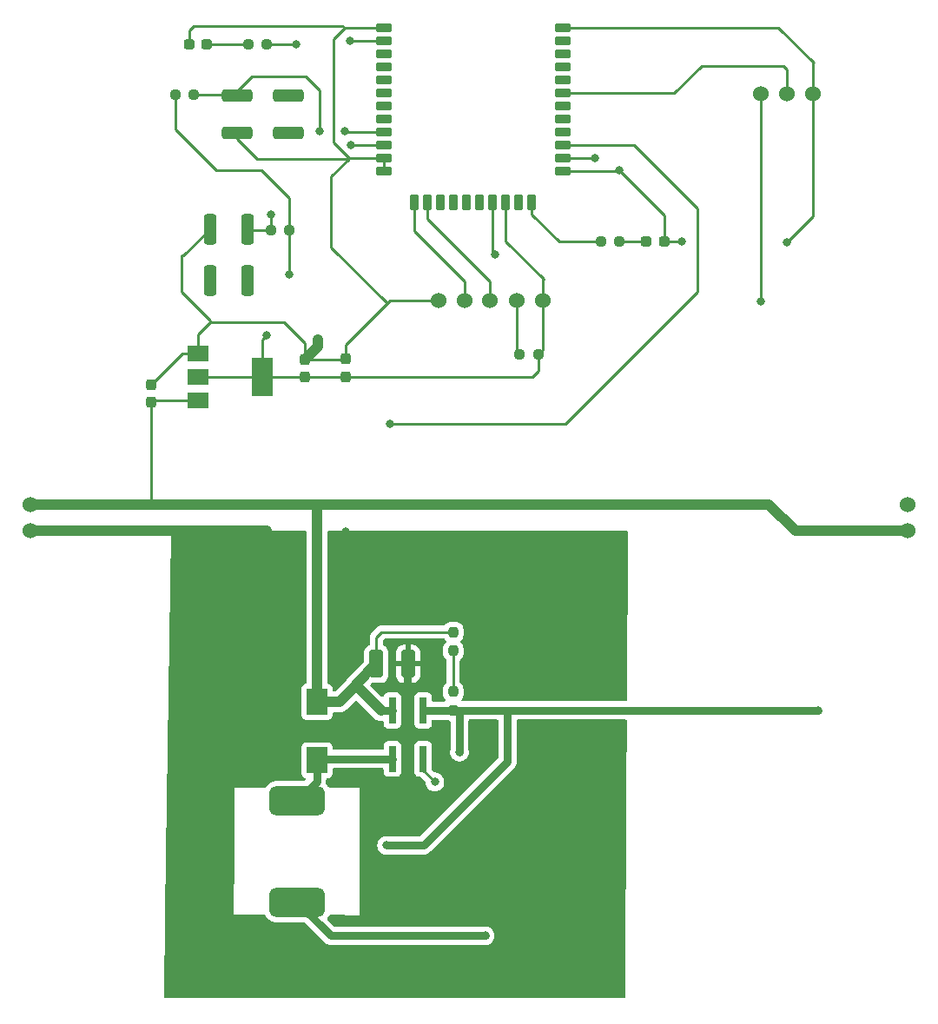
<source format=gbr>
%TF.GenerationSoftware,KiCad,Pcbnew,(6.0.9)*%
%TF.CreationDate,2022-11-20T19:55:09+01:00*%
%TF.ProjectId,ZLight_V2,5a4c6967-6874-45f5-9632-2e6b69636164,rev?*%
%TF.SameCoordinates,Original*%
%TF.FileFunction,Copper,L1,Top*%
%TF.FilePolarity,Positive*%
%FSLAX46Y46*%
G04 Gerber Fmt 4.6, Leading zero omitted, Abs format (unit mm)*
G04 Created by KiCad (PCBNEW (6.0.9)) date 2022-11-20 19:55:09*
%MOMM*%
%LPD*%
G01*
G04 APERTURE LIST*
G04 Aperture macros list*
%AMRoundRect*
0 Rectangle with rounded corners*
0 $1 Rounding radius*
0 $2 $3 $4 $5 $6 $7 $8 $9 X,Y pos of 4 corners*
0 Add a 4 corners polygon primitive as box body*
4,1,4,$2,$3,$4,$5,$6,$7,$8,$9,$2,$3,0*
0 Add four circle primitives for the rounded corners*
1,1,$1+$1,$2,$3*
1,1,$1+$1,$4,$5*
1,1,$1+$1,$6,$7*
1,1,$1+$1,$8,$9*
0 Add four rect primitives between the rounded corners*
20,1,$1+$1,$2,$3,$4,$5,0*
20,1,$1+$1,$4,$5,$6,$7,0*
20,1,$1+$1,$6,$7,$8,$9,0*
20,1,$1+$1,$8,$9,$2,$3,0*%
%AMFreePoly0*
4,1,13,0.900000,0.500000,3.600000,0.500000,3.600000,-0.500000,0.900000,-0.500000,0.400000,-1.000000,-0.400000,-1.000000,-0.900000,-0.500000,-3.600000,-0.500000,-3.600000,0.500000,-0.900000,0.500000,-0.400000,1.000000,0.400000,1.000000,0.900000,0.500000,0.900000,0.500000,$1*%
G04 Aperture macros list end*
%TA.AperFunction,ComponentPad*%
%ADD10C,1.524000*%
%TD*%
%TA.AperFunction,SMDPad,CuDef*%
%ADD11R,2.000000X1.500000*%
%TD*%
%TA.AperFunction,SMDPad,CuDef*%
%ADD12R,2.000000X3.800000*%
%TD*%
%TA.AperFunction,SMDPad,CuDef*%
%ADD13RoundRect,0.300000X-0.300000X-1.200000X0.300000X-1.200000X0.300000X1.200000X-0.300000X1.200000X0*%
%TD*%
%TA.AperFunction,SMDPad,CuDef*%
%ADD14RoundRect,0.200000X-0.600000X-0.200000X0.600000X-0.200000X0.600000X0.200000X-0.600000X0.200000X0*%
%TD*%
%TA.AperFunction,SMDPad,CuDef*%
%ADD15RoundRect,0.200000X-0.200000X-0.600000X0.200000X-0.600000X0.200000X0.600000X-0.200000X0.600000X0*%
%TD*%
%TA.AperFunction,SMDPad,CuDef*%
%ADD16RoundRect,0.237500X-0.237500X0.250000X-0.237500X-0.250000X0.237500X-0.250000X0.237500X0.250000X0*%
%TD*%
%TA.AperFunction,SMDPad,CuDef*%
%ADD17RoundRect,0.250000X-0.412500X-1.100000X0.412500X-1.100000X0.412500X1.100000X-0.412500X1.100000X0*%
%TD*%
%TA.AperFunction,SMDPad,CuDef*%
%ADD18RoundRect,0.237500X0.237500X-0.300000X0.237500X0.300000X-0.237500X0.300000X-0.237500X-0.300000X0*%
%TD*%
%TA.AperFunction,SMDPad,CuDef*%
%ADD19RoundRect,0.300000X1.200000X-0.300000X1.200000X0.300000X-1.200000X0.300000X-1.200000X-0.300000X0*%
%TD*%
%TA.AperFunction,SMDPad,CuDef*%
%ADD20RoundRect,0.237500X0.250000X0.237500X-0.250000X0.237500X-0.250000X-0.237500X0.250000X-0.237500X0*%
%TD*%
%TA.AperFunction,SMDPad,CuDef*%
%ADD21RoundRect,0.237500X-0.250000X-0.237500X0.250000X-0.237500X0.250000X0.237500X-0.250000X0.237500X0*%
%TD*%
%TA.AperFunction,SMDPad,CuDef*%
%ADD22RoundRect,0.237500X0.287500X0.237500X-0.287500X0.237500X-0.287500X-0.237500X0.287500X-0.237500X0*%
%TD*%
%TA.AperFunction,SMDPad,CuDef*%
%ADD23RoundRect,0.237500X-0.287500X-0.237500X0.287500X-0.237500X0.287500X0.237500X-0.287500X0.237500X0*%
%TD*%
%TA.AperFunction,SMDPad,CuDef*%
%ADD24R,2.000000X2.500000*%
%TD*%
%TA.AperFunction,SMDPad,CuDef*%
%ADD25R,0.700000X2.500000*%
%TD*%
%TA.AperFunction,SMDPad,CuDef*%
%ADD26FreePoly0,90.000000*%
%TD*%
%TA.AperFunction,SMDPad,CuDef*%
%ADD27RoundRect,0.725000X-1.975000X-0.725000X1.975000X-0.725000X1.975000X0.725000X-1.975000X0.725000X0*%
%TD*%
%TA.AperFunction,ViaPad*%
%ADD28C,0.800000*%
%TD*%
%TA.AperFunction,Conductor*%
%ADD29C,1.000000*%
%TD*%
%TA.AperFunction,Conductor*%
%ADD30C,0.250000*%
%TD*%
%TA.AperFunction,Conductor*%
%ADD31C,0.750000*%
%TD*%
G04 APERTURE END LIST*
D10*
%TO.P,J1,1,1*%
%TO.N,GND*%
X107249000Y-100000000D03*
%TO.P,J1,2,2*%
%TO.N,+12V*%
X107249000Y-97460000D03*
%TD*%
D11*
%TO.P,U3,1,GND*%
%TO.N,GND*%
X123600000Y-82700000D03*
%TO.P,U3,2,VO*%
%TO.N,+3V3*%
X123600000Y-85000000D03*
%TO.P,U3,3,VI*%
%TO.N,+12V*%
X123600000Y-87300000D03*
D12*
%TO.P,U3,4,VO*%
%TO.N,+3V3*%
X129900000Y-85000000D03*
%TD*%
D10*
%TO.P,DEBUG1,1,1*%
%TO.N,GND*%
X147050000Y-77600000D03*
%TO.P,DEBUG1,2,2*%
%TO.N,/TMSC*%
X149590000Y-77600000D03*
%TO.P,DEBUG1,3,3*%
%TO.N,/TCKC*%
X152090000Y-77600000D03*
%TO.P,DEBUG1,4,4*%
%TO.N,/RESET*%
X154670000Y-77600000D03*
%TO.P,DEBUG1,5,5*%
%TO.N,+3V3*%
X157210000Y-77600000D03*
%TD*%
D13*
%TO.P,SW1,1,1*%
%TO.N,GND*%
X124800000Y-70600000D03*
%TO.P,SW1,2,2*%
%TO.N,/BTN_LEFT*%
X128400000Y-70600000D03*
%TO.P,SW1,3,1*%
%TO.N,unconnected-(SW1-Pad3)*%
X124800000Y-75600000D03*
%TO.P,SW1,4,2*%
%TO.N,unconnected-(SW1-Pad4)*%
X128400000Y-75600000D03*
%TD*%
D14*
%TO.P,U2,1,GND*%
%TO.N,GND*%
X141700000Y-51010000D03*
%TO.P,U2,2,DIO_7*%
%TO.N,/LED_GREEN*%
X141700000Y-52280000D03*
%TO.P,U2,3,DIO_8*%
%TO.N,unconnected-(U2-Pad3)*%
X141700000Y-53550000D03*
%TO.P,U2,4,DIO_9*%
%TO.N,unconnected-(U2-Pad4)*%
X141700000Y-54820000D03*
%TO.P,U2,5,DIO_10*%
%TO.N,unconnected-(U2-Pad5)*%
X141700000Y-56090000D03*
%TO.P,U2,6,DIO_11*%
%TO.N,unconnected-(U2-Pad6)*%
X141700000Y-57360000D03*
%TO.P,U2,7,DIO_12*%
%TO.N,unconnected-(U2-Pad7)*%
X141700000Y-58630000D03*
%TO.P,U2,8,DIO_13*%
%TO.N,unconnected-(U2-Pad8)*%
X141700000Y-59900000D03*
%TO.P,U2,9,DIO_14*%
%TO.N,/BTN_RIGHT*%
X141700000Y-61170000D03*
%TO.P,U2,10,DIO_15*%
%TO.N,/BTN_LEFT*%
X141700000Y-62440000D03*
%TO.P,U2,11,GND*%
%TO.N,GND*%
X141700000Y-63710000D03*
%TO.P,U2,12,GND*%
X141700000Y-64980000D03*
D15*
%TO.P,U2,13,JTAG_TMSC*%
%TO.N,/TMSC*%
X144735000Y-68020000D03*
%TO.P,U2,14,JTAG_TCKC*%
%TO.N,/TCKC*%
X146005000Y-68020000D03*
%TO.P,U2,15,DIO_16*%
%TO.N,unconnected-(U2-Pad15)*%
X147275000Y-68020000D03*
%TO.P,U2,16,DIO_17*%
%TO.N,unconnected-(U2-Pad16)*%
X148545000Y-68020000D03*
%TO.P,U2,17,DIO_18*%
%TO.N,unconnected-(U2-Pad17)*%
X149815000Y-68020000D03*
%TO.P,U2,18,DIO_19*%
%TO.N,unconnected-(U2-Pad18)*%
X151085000Y-68020000D03*
%TO.P,U2,19,GND*%
%TO.N,GND*%
X152355000Y-68020000D03*
%TO.P,U2,20,VCC*%
%TO.N,+3V3*%
X153625000Y-68020000D03*
%TO.P,U2,21,DIO_20*%
%TO.N,unconnected-(U2-Pad21)*%
X154895000Y-68020000D03*
%TO.P,U2,22,DIO_21*%
%TO.N,/LED_RED*%
X156165000Y-68020000D03*
D14*
%TO.P,U2,23,GND*%
%TO.N,GND*%
X159200000Y-64980000D03*
%TO.P,U2,24,RESET*%
%TO.N,/RESET*%
X159200000Y-63710000D03*
%TO.P,U2,25,DIO_22*%
%TO.N,/DIM*%
X159200000Y-62440000D03*
%TO.P,U2,26,DIO_23*%
%TO.N,unconnected-(U2-Pad26)*%
X159200000Y-61170000D03*
%TO.P,U2,27,DIO_24*%
%TO.N,unconnected-(U2-Pad27)*%
X159200000Y-59900000D03*
%TO.P,U2,28,DIO_25*%
%TO.N,unconnected-(U2-Pad28)*%
X159200000Y-58630000D03*
%TO.P,U2,29,DIO_26*%
%TO.N,/PIR*%
X159200000Y-57360000D03*
%TO.P,U2,30,DIO_27*%
%TO.N,unconnected-(U2-Pad30)*%
X159200000Y-56090000D03*
%TO.P,U2,31,DIO_28*%
%TO.N,unconnected-(U2-Pad31)*%
X159200000Y-54820000D03*
%TO.P,U2,32,DIO_29*%
%TO.N,unconnected-(U2-Pad32)*%
X159200000Y-53550000D03*
%TO.P,U2,33,DIO_30*%
%TO.N,unconnected-(U2-Pad33)*%
X159200000Y-52280000D03*
%TO.P,U2,34,GND*%
%TO.N,GND*%
X159200000Y-51010000D03*
%TD*%
D16*
%TO.P,R1,1*%
%TO.N,+12V*%
X148500000Y-109900000D03*
%TO.P,R1,2*%
%TO.N,Net-(R1-Pad2)*%
X148500000Y-111725000D03*
%TD*%
D17*
%TO.P,C1,1*%
%TO.N,+12V*%
X140975000Y-113000000D03*
%TO.P,C1,2*%
%TO.N,GND*%
X144100000Y-113000000D03*
%TD*%
D18*
%TO.P,C2,1*%
%TO.N,+12V*%
X119050000Y-87500000D03*
%TO.P,C2,2*%
%TO.N,GND*%
X119050000Y-85775000D03*
%TD*%
D19*
%TO.P,SW2,1,1*%
%TO.N,GND*%
X127400000Y-61200000D03*
%TO.P,SW2,2,2*%
%TO.N,/BTN_RIGHT*%
X127400000Y-57600000D03*
%TO.P,SW2,3,1*%
%TO.N,unconnected-(SW2-Pad3)*%
X132400000Y-61200000D03*
%TO.P,SW2,4,2*%
%TO.N,unconnected-(SW2-Pad4)*%
X132400000Y-57600000D03*
%TD*%
D18*
%TO.P,C4,1*%
%TO.N,+3V3*%
X138000000Y-85000000D03*
%TO.P,C4,2*%
%TO.N,GND*%
X138000000Y-83275000D03*
%TD*%
D20*
%TO.P,R5,1*%
%TO.N,/LED_GREEN*%
X130312500Y-52600000D03*
%TO.P,R5,2*%
%TO.N,Net-(D20-Pad2)*%
X128487500Y-52600000D03*
%TD*%
D21*
%TO.P,R4,1*%
%TO.N,+3V3*%
X121387500Y-57500000D03*
%TO.P,R4,2*%
%TO.N,/BTN_RIGHT*%
X123212500Y-57500000D03*
%TD*%
%TO.P,R6,1*%
%TO.N,/LED_RED*%
X162887500Y-71800000D03*
%TO.P,R6,2*%
%TO.N,Net-(D21-Pad2)*%
X164712500Y-71800000D03*
%TD*%
D22*
%TO.P,D21,1,K*%
%TO.N,GND*%
X169075000Y-71800000D03*
%TO.P,D21,2,A*%
%TO.N,Net-(D21-Pad2)*%
X167325000Y-71800000D03*
%TD*%
D20*
%TO.P,R3,1*%
%TO.N,+3V3*%
X132512500Y-70700000D03*
%TO.P,R3,2*%
%TO.N,/BTN_LEFT*%
X130687500Y-70700000D03*
%TD*%
D23*
%TO.P,D20,1,K*%
%TO.N,GND*%
X122725000Y-52600000D03*
%TO.P,D20,2,A*%
%TO.N,Net-(D20-Pad2)*%
X124475000Y-52600000D03*
%TD*%
D24*
%TO.P,D1,1,K*%
%TO.N,+12V*%
X135200000Y-116700000D03*
%TO.P,D1,2,A*%
%TO.N,Net-(D1-Pad2)*%
X135200000Y-122400000D03*
%TD*%
D10*
%TO.P,J2,1,1*%
%TO.N,GND*%
X192800000Y-97500000D03*
%TO.P,J2,2,2*%
%TO.N,+12V*%
X192800000Y-100040000D03*
%TD*%
%TO.P,U4,1,VCC*%
%TO.N,+3V3*%
X178500000Y-57400000D03*
%TO.P,U4,2,OUT*%
%TO.N,/PIR*%
X181040000Y-57400000D03*
%TO.P,U4,3,GND*%
%TO.N,GND*%
X183540000Y-57400000D03*
%TD*%
D16*
%TO.P,R2,1*%
%TO.N,Net-(R1-Pad2)*%
X148500000Y-115700000D03*
%TO.P,R2,2*%
%TO.N,Net-(D3-Pad2)*%
X148500000Y-117525000D03*
%TD*%
D20*
%TO.P,R7,1*%
%TO.N,+3V3*%
X156800000Y-82800000D03*
%TO.P,R7,2*%
%TO.N,/RESET*%
X154975000Y-82800000D03*
%TD*%
D25*
%TO.P,U1,1,SW*%
%TO.N,Net-(D1-Pad2)*%
X142550000Y-122250000D03*
D26*
%TO.P,U1,2,GND*%
%TO.N,GND*%
X144050000Y-119900000D03*
D25*
%TO.P,U1,3,DIM*%
%TO.N,/DIM*%
X145550000Y-122250000D03*
%TO.P,U1,4,CSN*%
%TO.N,Net-(D3-Pad2)*%
X145550000Y-117550000D03*
%TO.P,U1,5,VIN*%
%TO.N,+12V*%
X142550000Y-117550000D03*
%TD*%
D18*
%TO.P,C3,1*%
%TO.N,+3V3*%
X134000000Y-85062500D03*
%TO.P,C3,2*%
%TO.N,GND*%
X134000000Y-83337500D03*
%TD*%
D27*
%TO.P,L1,1,1*%
%TO.N,Net-(D1-Pad2)*%
X133300000Y-126350000D03*
%TO.P,L1,2,2*%
%TO.N,Net-(D15-Pad1)*%
X133300000Y-136250000D03*
%TD*%
D28*
%TO.N,GND*%
X138000000Y-100100000D03*
X164300000Y-101300000D03*
X181000000Y-71900000D03*
X152600000Y-73100000D03*
X164700000Y-64900000D03*
X130400000Y-100100000D03*
X170800000Y-71800000D03*
X135300000Y-81400000D03*
%TO.N,+3V3*%
X178500000Y-77700000D03*
X130300000Y-81000000D03*
X132500000Y-75000000D03*
%TO.N,Net-(D15-Pad1)*%
X151600000Y-139500000D03*
%TO.N,Net-(D3-Pad2)*%
X184100000Y-117500000D03*
X149100000Y-121600000D03*
X142000000Y-130700000D03*
%TO.N,/RESET*%
X162300000Y-63700000D03*
%TO.N,/BTN_LEFT*%
X138500000Y-62400000D03*
X130700000Y-69200000D03*
%TO.N,/BTN_RIGHT*%
X135500000Y-61100000D03*
X137900000Y-61100000D03*
%TO.N,/DIM*%
X142300000Y-89600000D03*
X146700000Y-124500000D03*
%TO.N,/LED_GREEN*%
X138400000Y-52300000D03*
X133200000Y-52600000D03*
%TD*%
D29*
%TO.N,+12V*%
X119140000Y-97460000D02*
X107249000Y-97460000D01*
%TO.N,GND*%
X107249000Y-100000000D02*
X130300000Y-100000000D01*
D30*
X130300000Y-100000000D02*
X130400000Y-100100000D01*
D29*
%TO.N,+12V*%
X135540000Y-97460000D02*
X179260000Y-97460000D01*
X179260000Y-97460000D02*
X181840000Y-100040000D01*
X181840000Y-100040000D02*
X192800000Y-100040000D01*
X139000000Y-114975000D02*
X140975000Y-113000000D01*
X135200000Y-116700000D02*
X137400000Y-116700000D01*
D30*
X119250000Y-87300000D02*
X123600000Y-87300000D01*
D29*
X135200000Y-116700000D02*
X135200000Y-97800000D01*
D30*
X148500000Y-109900000D02*
X141500000Y-109900000D01*
X140975000Y-110425000D02*
X140975000Y-113000000D01*
X135200000Y-97800000D02*
X135540000Y-97460000D01*
D29*
X137400000Y-116700000D02*
X139000000Y-115100000D01*
D30*
X119050000Y-87500000D02*
X119050000Y-97370000D01*
D29*
X119140000Y-97460000D02*
X135540000Y-97460000D01*
D30*
X119050000Y-97370000D02*
X119140000Y-97460000D01*
X139000000Y-115100000D02*
X139000000Y-114975000D01*
D31*
X142550000Y-117550000D02*
X141450000Y-117550000D01*
D30*
X141500000Y-109900000D02*
X140975000Y-110425000D01*
D29*
X141450000Y-117550000D02*
X139000000Y-115100000D01*
D30*
%TO.N,GND*%
X123600000Y-82700000D02*
X122125000Y-82700000D01*
X138000000Y-81900000D02*
X138000000Y-83275000D01*
X122200000Y-73200000D02*
X122000000Y-73200000D01*
D29*
X135300000Y-82037500D02*
X134000000Y-83337500D01*
D30*
X122000000Y-76700000D02*
X124800000Y-79500000D01*
X138310000Y-63710000D02*
X141700000Y-63710000D01*
X183540000Y-57400000D02*
X183540000Y-69360000D01*
X147050000Y-77600000D02*
X142300000Y-77600000D01*
D29*
X135300000Y-81400000D02*
X135300000Y-82037500D01*
D30*
X136800000Y-62200000D02*
X138310000Y-63710000D01*
X138310000Y-63790000D02*
X136600000Y-65500000D01*
X124800000Y-70600000D02*
X122200000Y-73200000D01*
X141700000Y-63710000D02*
X141700000Y-64980000D01*
X137900000Y-51000000D02*
X136800000Y-52100000D01*
X124800000Y-79700000D02*
X123600000Y-80900000D01*
X139500000Y-51000000D02*
X137900000Y-51000000D01*
X122125000Y-82700000D02*
X119050000Y-85775000D01*
X122000000Y-73200000D02*
X122000000Y-76700000D01*
X159200000Y-64980000D02*
X164780000Y-64980000D01*
X141700000Y-51010000D02*
X139510000Y-51010000D01*
X132000000Y-79700000D02*
X124800000Y-79700000D01*
X168150000Y-68350000D02*
X169100000Y-69300000D01*
X129390000Y-63790000D02*
X138310000Y-63790000D01*
X170800000Y-71800000D02*
X169075000Y-71800000D01*
X123200000Y-50800000D02*
X137700000Y-50800000D01*
X136800000Y-52100000D02*
X136800000Y-62200000D01*
X122725000Y-51275000D02*
X123200000Y-50800000D01*
D31*
X144050000Y-119900000D02*
X144050000Y-113050000D01*
D30*
X136600000Y-72400000D02*
X142050000Y-77850000D01*
X142050000Y-77850000D02*
X138000000Y-81900000D01*
X183540000Y-69360000D02*
X181000000Y-71900000D01*
X142300000Y-77600000D02*
X142050000Y-77850000D01*
X134000000Y-83337500D02*
X134000000Y-81700000D01*
X134000000Y-81700000D02*
X132000000Y-79700000D01*
X139510000Y-51010000D02*
X139500000Y-51000000D01*
X127400000Y-61800000D02*
X129390000Y-63790000D01*
X164780000Y-64980000D02*
X168150000Y-68350000D01*
X152355000Y-68020000D02*
X152355000Y-72855000D01*
X137700000Y-50800000D02*
X137900000Y-51000000D01*
X180210000Y-51010000D02*
X183600000Y-54400000D01*
X134000000Y-83337500D02*
X137937500Y-83337500D01*
X138310000Y-63710000D02*
X138310000Y-63790000D01*
X124800000Y-79500000D02*
X124800000Y-79700000D01*
X136600000Y-65500000D02*
X136600000Y-72400000D01*
X152355000Y-72855000D02*
X152600000Y-73100000D01*
X169100000Y-69300000D02*
X169100000Y-71775000D01*
X183540000Y-54460000D02*
X183540000Y-57400000D01*
X159200000Y-51010000D02*
X180210000Y-51010000D01*
X183600000Y-54400000D02*
X183540000Y-54460000D01*
X164700000Y-64900000D02*
X168150000Y-68350000D01*
X122725000Y-52600000D02*
X122725000Y-51275000D01*
X127400000Y-61200000D02*
X127400000Y-61800000D01*
X123600000Y-80900000D02*
X123600000Y-82700000D01*
%TO.N,+3V3*%
X130300000Y-81000000D02*
X129900000Y-81400000D01*
X157210000Y-77600000D02*
X157210000Y-82390000D01*
X138000000Y-85000000D02*
X156200000Y-85000000D01*
X153625000Y-68020000D02*
X153625000Y-71825000D01*
X132512500Y-70700000D02*
X132512500Y-74987500D01*
X121387500Y-60887500D02*
X121387500Y-57500000D01*
X132512500Y-74987500D02*
X132500000Y-75000000D01*
X123600000Y-85000000D02*
X129900000Y-85000000D01*
X129800000Y-64900000D02*
X125400000Y-64900000D01*
X157210000Y-75590000D02*
X157210000Y-77600000D01*
X178500000Y-57400000D02*
X178500000Y-77700000D01*
X132512500Y-67612500D02*
X129800000Y-64900000D01*
X157210000Y-82390000D02*
X156800000Y-82800000D01*
X156200000Y-85000000D02*
X156800000Y-84400000D01*
X132512500Y-70700000D02*
X132512500Y-67612500D01*
X125400000Y-64900000D02*
X121387500Y-60887500D01*
X157300000Y-75500000D02*
X157210000Y-75590000D01*
X129900000Y-81400000D02*
X129900000Y-85000000D01*
X156800000Y-84400000D02*
X156800000Y-82800000D01*
X129900000Y-85000000D02*
X133937500Y-85000000D01*
X134000000Y-85062500D02*
X137937500Y-85062500D01*
X153625000Y-71825000D02*
X157300000Y-75500000D01*
D31*
%TO.N,Net-(D1-Pad2)*%
X133300000Y-126350000D02*
X135200000Y-124450000D01*
X135200000Y-124450000D02*
X135200000Y-122400000D01*
X142550000Y-122250000D02*
X135350000Y-122250000D01*
%TO.N,Net-(D15-Pad1)*%
X136550000Y-139500000D02*
X151600000Y-139500000D01*
X133300000Y-136250000D02*
X136550000Y-139500000D01*
%TO.N,Net-(D3-Pad2)*%
X148975000Y-117525000D02*
X153775000Y-117525000D01*
X145550000Y-117550000D02*
X148475000Y-117550000D01*
X149100000Y-121600000D02*
X149100000Y-117650000D01*
X153775000Y-117525000D02*
X184075000Y-117525000D01*
X153775000Y-122525000D02*
X153775000Y-117525000D01*
D30*
X149100000Y-117650000D02*
X148975000Y-117525000D01*
D31*
X142000000Y-130700000D02*
X145600000Y-130700000D01*
D30*
X184075000Y-117525000D02*
X184100000Y-117500000D01*
D31*
X148500000Y-117525000D02*
X148975000Y-117525000D01*
X145600000Y-130700000D02*
X153775000Y-122525000D01*
D30*
%TO.N,Net-(D20-Pad2)*%
X128487500Y-52600000D02*
X124475000Y-52600000D01*
%TO.N,Net-(D21-Pad2)*%
X164712500Y-71800000D02*
X167325000Y-71800000D01*
%TO.N,/TMSC*%
X144735000Y-68020000D02*
X144735000Y-70835000D01*
X144735000Y-70835000D02*
X149590000Y-75690000D01*
X149590000Y-75690000D02*
X149590000Y-77600000D01*
%TO.N,/TCKC*%
X146005000Y-68020000D02*
X146005000Y-69605000D01*
X152090000Y-75690000D02*
X152090000Y-77600000D01*
X146005000Y-69605000D02*
X152090000Y-75690000D01*
%TO.N,/RESET*%
X159200000Y-63710000D02*
X162290000Y-63710000D01*
X154670000Y-77600000D02*
X154670000Y-82495000D01*
X162290000Y-63710000D02*
X162300000Y-63700000D01*
%TO.N,Net-(R1-Pad2)*%
X148500000Y-115700000D02*
X148500000Y-111725000D01*
%TO.N,/BTN_LEFT*%
X130700000Y-69200000D02*
X130700000Y-70687500D01*
X130687500Y-70700000D02*
X128500000Y-70700000D01*
X141700000Y-62440000D02*
X138540000Y-62440000D01*
X138540000Y-62440000D02*
X138500000Y-62400000D01*
%TO.N,/BTN_RIGHT*%
X135500000Y-61100000D02*
X135500000Y-57100000D01*
X141700000Y-61170000D02*
X137970000Y-61170000D01*
X128900000Y-55700000D02*
X127400000Y-57200000D01*
X134100000Y-55700000D02*
X128900000Y-55700000D01*
X123212500Y-57500000D02*
X127300000Y-57500000D01*
X135500000Y-57100000D02*
X134100000Y-55700000D01*
X137970000Y-61170000D02*
X137900000Y-61100000D01*
%TO.N,/DIM*%
X166140000Y-62440000D02*
X159200000Y-62440000D01*
X172300000Y-76700000D02*
X172300000Y-68600000D01*
X145550000Y-123350000D02*
X146700000Y-124500000D01*
X142300000Y-89600000D02*
X159400000Y-89600000D01*
X172300000Y-68600000D02*
X166140000Y-62440000D01*
X159400000Y-89600000D02*
X172300000Y-76700000D01*
%TO.N,/LED_GREEN*%
X133200000Y-52600000D02*
X130312500Y-52600000D01*
X138420000Y-52280000D02*
X138400000Y-52300000D01*
X141700000Y-52280000D02*
X138420000Y-52280000D01*
%TO.N,/LED_RED*%
X156165000Y-68020000D02*
X156165000Y-69165000D01*
X156165000Y-69165000D02*
X158800000Y-71800000D01*
X158800000Y-71800000D02*
X162887500Y-71800000D01*
%TO.N,/PIR*%
X181040000Y-55040000D02*
X181040000Y-57400000D01*
X180700000Y-54700000D02*
X181040000Y-55040000D01*
X170040000Y-57360000D02*
X172700000Y-54700000D01*
X159200000Y-57360000D02*
X170040000Y-57360000D01*
X172700000Y-54700000D02*
X180700000Y-54700000D01*
%TD*%
%TA.AperFunction,Conductor*%
%TO.N,GND*%
G36*
X134133621Y-100020002D02*
G01*
X134180114Y-100073658D01*
X134191500Y-100126000D01*
X134191500Y-114825507D01*
X134171498Y-114893628D01*
X134117842Y-114940121D01*
X134096237Y-114947543D01*
X134089684Y-114948255D01*
X134082289Y-114951027D01*
X134082286Y-114951028D01*
X133969076Y-114993469D01*
X133953295Y-114999385D01*
X133836739Y-115086739D01*
X133749385Y-115203295D01*
X133698255Y-115339684D01*
X133691500Y-115401866D01*
X133691500Y-117998134D01*
X133698255Y-118060316D01*
X133749385Y-118196705D01*
X133836739Y-118313261D01*
X133953295Y-118400615D01*
X134089684Y-118451745D01*
X134151866Y-118458500D01*
X136248134Y-118458500D01*
X136310316Y-118451745D01*
X136446705Y-118400615D01*
X136563261Y-118313261D01*
X136650615Y-118196705D01*
X136701745Y-118060316D01*
X136708500Y-117998134D01*
X136708500Y-117834500D01*
X136728502Y-117766379D01*
X136782158Y-117719886D01*
X136834500Y-117708500D01*
X137338157Y-117708500D01*
X137351764Y-117709237D01*
X137383262Y-117712659D01*
X137383267Y-117712659D01*
X137389388Y-117713324D01*
X137415638Y-117711027D01*
X137439388Y-117708950D01*
X137444214Y-117708621D01*
X137446686Y-117708500D01*
X137449769Y-117708500D01*
X137461738Y-117707326D01*
X137492506Y-117704310D01*
X137493819Y-117704188D01*
X137538084Y-117700315D01*
X137586413Y-117696087D01*
X137591532Y-117694600D01*
X137596833Y-117694080D01*
X137685834Y-117667209D01*
X137686967Y-117666874D01*
X137770414Y-117642630D01*
X137770418Y-117642628D01*
X137776336Y-117640909D01*
X137781068Y-117638456D01*
X137786169Y-117636916D01*
X137822009Y-117617860D01*
X137868260Y-117593269D01*
X137869426Y-117592657D01*
X137946453Y-117552729D01*
X137951926Y-117549892D01*
X137956089Y-117546569D01*
X137960796Y-117544066D01*
X138032918Y-117485245D01*
X138033774Y-117484554D01*
X138072973Y-117453262D01*
X138075477Y-117450758D01*
X138076195Y-117450116D01*
X138080528Y-117446415D01*
X138114062Y-117419065D01*
X138143288Y-117383737D01*
X138151277Y-117374958D01*
X138910905Y-116615330D01*
X138973217Y-116581304D01*
X139044032Y-116586369D01*
X139089095Y-116615330D01*
X139930906Y-117457140D01*
X140772075Y-118298309D01*
X140886261Y-118392102D01*
X141004887Y-118455709D01*
X141054215Y-118482158D01*
X141060563Y-118485562D01*
X141142046Y-118510474D01*
X141243800Y-118541584D01*
X141243802Y-118541584D01*
X141249698Y-118543387D01*
X141307551Y-118549264D01*
X141440334Y-118562752D01*
X141440339Y-118562752D01*
X141446462Y-118563374D01*
X141553643Y-118553242D01*
X141623343Y-118566744D01*
X141674679Y-118615786D01*
X141691500Y-118678683D01*
X141691500Y-118848134D01*
X141698255Y-118910316D01*
X141749385Y-119046705D01*
X141836739Y-119163261D01*
X141953295Y-119250615D01*
X142089684Y-119301745D01*
X142151866Y-119308500D01*
X142948134Y-119308500D01*
X143010316Y-119301745D01*
X143146705Y-119250615D01*
X143263261Y-119163261D01*
X143350615Y-119046705D01*
X143401745Y-118910316D01*
X143408500Y-118848134D01*
X143408500Y-117773721D01*
X143411253Y-117747524D01*
X143432128Y-117649317D01*
X143432128Y-117649313D01*
X143433500Y-117642860D01*
X143433500Y-117457140D01*
X143431217Y-117446396D01*
X143411253Y-117352476D01*
X143408500Y-117326279D01*
X143408500Y-116251866D01*
X143401745Y-116189684D01*
X143350615Y-116053295D01*
X143263261Y-115936739D01*
X143146705Y-115849385D01*
X143010316Y-115798255D01*
X142948134Y-115791500D01*
X142151866Y-115791500D01*
X142089684Y-115798255D01*
X141953295Y-115849385D01*
X141836739Y-115936739D01*
X141749385Y-116053295D01*
X141746233Y-116061703D01*
X141717234Y-116139057D01*
X141674592Y-116195821D01*
X141608031Y-116220521D01*
X141538682Y-116205313D01*
X141510157Y-116183922D01*
X140452830Y-115126596D01*
X140418805Y-115064284D01*
X140423869Y-114993469D01*
X140452830Y-114948406D01*
X140505831Y-114895405D01*
X140568143Y-114861379D01*
X140594926Y-114858500D01*
X141437900Y-114858500D01*
X141441146Y-114858163D01*
X141441150Y-114858163D01*
X141536808Y-114848238D01*
X141536812Y-114848237D01*
X141543666Y-114847526D01*
X141550202Y-114845345D01*
X141550204Y-114845345D01*
X141704498Y-114793868D01*
X141711446Y-114791550D01*
X141861848Y-114698478D01*
X141986805Y-114573303D01*
X142079615Y-114422738D01*
X142135297Y-114254861D01*
X142146000Y-114150400D01*
X142146000Y-114147095D01*
X142929501Y-114147095D01*
X142929838Y-114153614D01*
X142939757Y-114249206D01*
X142942649Y-114262600D01*
X142994088Y-114416784D01*
X143000261Y-114429962D01*
X143085563Y-114567807D01*
X143094599Y-114579208D01*
X143209329Y-114693739D01*
X143220740Y-114702751D01*
X143358743Y-114787816D01*
X143371924Y-114793963D01*
X143526210Y-114845138D01*
X143539586Y-114848005D01*
X143633938Y-114857672D01*
X143640354Y-114858000D01*
X143827885Y-114858000D01*
X143843124Y-114853525D01*
X143844329Y-114852135D01*
X143846000Y-114844452D01*
X143846000Y-114839884D01*
X144354000Y-114839884D01*
X144358475Y-114855123D01*
X144359865Y-114856328D01*
X144367548Y-114857999D01*
X144559595Y-114857999D01*
X144566114Y-114857662D01*
X144661706Y-114847743D01*
X144675100Y-114844851D01*
X144829284Y-114793412D01*
X144842462Y-114787239D01*
X144980307Y-114701937D01*
X144991708Y-114692901D01*
X145106239Y-114578171D01*
X145115251Y-114566760D01*
X145200316Y-114428757D01*
X145206463Y-114415576D01*
X145257638Y-114261290D01*
X145260505Y-114247914D01*
X145270172Y-114153562D01*
X145270500Y-114147146D01*
X145270500Y-113272115D01*
X145266025Y-113256876D01*
X145264635Y-113255671D01*
X145256952Y-113254000D01*
X144372115Y-113254000D01*
X144356876Y-113258475D01*
X144355671Y-113259865D01*
X144354000Y-113267548D01*
X144354000Y-114839884D01*
X143846000Y-114839884D01*
X143846000Y-113272115D01*
X143841525Y-113256876D01*
X143840135Y-113255671D01*
X143832452Y-113254000D01*
X142947616Y-113254000D01*
X142932377Y-113258475D01*
X142931172Y-113259865D01*
X142929501Y-113267548D01*
X142929501Y-114147095D01*
X142146000Y-114147095D01*
X142146000Y-112727885D01*
X142929500Y-112727885D01*
X142933975Y-112743124D01*
X142935365Y-112744329D01*
X142943048Y-112746000D01*
X143827885Y-112746000D01*
X143843124Y-112741525D01*
X143844329Y-112740135D01*
X143846000Y-112732452D01*
X143846000Y-112727885D01*
X144354000Y-112727885D01*
X144358475Y-112743124D01*
X144359865Y-112744329D01*
X144367548Y-112746000D01*
X145252384Y-112746000D01*
X145267623Y-112741525D01*
X145268828Y-112740135D01*
X145270499Y-112732452D01*
X145270499Y-111852905D01*
X145270162Y-111846386D01*
X145260243Y-111750794D01*
X145257351Y-111737400D01*
X145205912Y-111583216D01*
X145199739Y-111570038D01*
X145114437Y-111432193D01*
X145105401Y-111420792D01*
X144990671Y-111306261D01*
X144979260Y-111297249D01*
X144841257Y-111212184D01*
X144828076Y-111206037D01*
X144673790Y-111154862D01*
X144660414Y-111151995D01*
X144566062Y-111142328D01*
X144559645Y-111142000D01*
X144372115Y-111142000D01*
X144356876Y-111146475D01*
X144355671Y-111147865D01*
X144354000Y-111155548D01*
X144354000Y-112727885D01*
X143846000Y-112727885D01*
X143846000Y-111160116D01*
X143841525Y-111144877D01*
X143840135Y-111143672D01*
X143832452Y-111142001D01*
X143640405Y-111142001D01*
X143633886Y-111142338D01*
X143538294Y-111152257D01*
X143524900Y-111155149D01*
X143370716Y-111206588D01*
X143357538Y-111212761D01*
X143219693Y-111298063D01*
X143208292Y-111307099D01*
X143093761Y-111421829D01*
X143084749Y-111433240D01*
X142999684Y-111571243D01*
X142993537Y-111584424D01*
X142942362Y-111738710D01*
X142939495Y-111752086D01*
X142929828Y-111846438D01*
X142929500Y-111852855D01*
X142929500Y-112727885D01*
X142146000Y-112727885D01*
X142146000Y-111849600D01*
X142145663Y-111846350D01*
X142135738Y-111750692D01*
X142135737Y-111750688D01*
X142135026Y-111743834D01*
X142079050Y-111576054D01*
X141985978Y-111425652D01*
X141860803Y-111300695D01*
X141854572Y-111296854D01*
X141716468Y-111211725D01*
X141716466Y-111211724D01*
X141710238Y-111207885D01*
X141703289Y-111205580D01*
X141694830Y-111202774D01*
X141636471Y-111162342D01*
X141609236Y-111096777D01*
X141608500Y-111083182D01*
X141608500Y-110739595D01*
X141628502Y-110671474D01*
X141645405Y-110650499D01*
X141725501Y-110570404D01*
X141787814Y-110536379D01*
X141814596Y-110533500D01*
X147552301Y-110533500D01*
X147620422Y-110553502D01*
X147659445Y-110593198D01*
X147673884Y-110616531D01*
X147679066Y-110621704D01*
X147780786Y-110723247D01*
X147814865Y-110785530D01*
X147809862Y-110856350D01*
X147780941Y-110901437D01*
X147678246Y-111004312D01*
X147678242Y-111004317D01*
X147673071Y-111009497D01*
X147669231Y-111015727D01*
X147669230Y-111015728D01*
X147586364Y-111150162D01*
X147581791Y-111157580D01*
X147527026Y-111322691D01*
X147516500Y-111425428D01*
X147516500Y-112024572D01*
X147527293Y-112128593D01*
X147582346Y-112293607D01*
X147673884Y-112441531D01*
X147679066Y-112446704D01*
X147791816Y-112559258D01*
X147791821Y-112559262D01*
X147796997Y-112564429D01*
X147803227Y-112568269D01*
X147803228Y-112568270D01*
X147806614Y-112570357D01*
X147808441Y-112572386D01*
X147808973Y-112572807D01*
X147808901Y-112572898D01*
X147854108Y-112623128D01*
X147866500Y-112677618D01*
X147866500Y-114747536D01*
X147846498Y-114815657D01*
X147806804Y-114854679D01*
X147795969Y-114861384D01*
X147790796Y-114866566D01*
X147678242Y-114979316D01*
X147678238Y-114979321D01*
X147673071Y-114984497D01*
X147669231Y-114990727D01*
X147669230Y-114990728D01*
X147586364Y-115125162D01*
X147581791Y-115132580D01*
X147527026Y-115297691D01*
X147526326Y-115304527D01*
X147526325Y-115304530D01*
X147521919Y-115347540D01*
X147516500Y-115400428D01*
X147516500Y-115999572D01*
X147516837Y-116002818D01*
X147516837Y-116002822D01*
X147522947Y-116061703D01*
X147527293Y-116103593D01*
X147582346Y-116268607D01*
X147673884Y-116416531D01*
X147679066Y-116421704D01*
X147679070Y-116421709D01*
X147708740Y-116451327D01*
X147742820Y-116513609D01*
X147737817Y-116584429D01*
X147695320Y-116641302D01*
X147628822Y-116666171D01*
X147619723Y-116666500D01*
X146534500Y-116666500D01*
X146466379Y-116646498D01*
X146419886Y-116592842D01*
X146408500Y-116540500D01*
X146408500Y-116251866D01*
X146401745Y-116189684D01*
X146350615Y-116053295D01*
X146263261Y-115936739D01*
X146146705Y-115849385D01*
X146010316Y-115798255D01*
X145948134Y-115791500D01*
X145151866Y-115791500D01*
X145089684Y-115798255D01*
X144953295Y-115849385D01*
X144836739Y-115936739D01*
X144749385Y-116053295D01*
X144698255Y-116189684D01*
X144691500Y-116251866D01*
X144691500Y-117326279D01*
X144688747Y-117352476D01*
X144668784Y-117446396D01*
X144666500Y-117457140D01*
X144666500Y-117642860D01*
X144667872Y-117649313D01*
X144667872Y-117649317D01*
X144688747Y-117747524D01*
X144691500Y-117773721D01*
X144691500Y-118848134D01*
X144698255Y-118910316D01*
X144749385Y-119046705D01*
X144836739Y-119163261D01*
X144953295Y-119250615D01*
X145089684Y-119301745D01*
X145151866Y-119308500D01*
X145948134Y-119308500D01*
X146010316Y-119301745D01*
X146146705Y-119250615D01*
X146263261Y-119163261D01*
X146350615Y-119046705D01*
X146401745Y-118910316D01*
X146408500Y-118848134D01*
X146408500Y-118559500D01*
X146428502Y-118491379D01*
X146482158Y-118444886D01*
X146534500Y-118433500D01*
X147873337Y-118433500D01*
X147931633Y-118450023D01*
X147932215Y-118448774D01*
X147938845Y-118451866D01*
X147945080Y-118455709D01*
X147952031Y-118458015D01*
X147952032Y-118458015D01*
X148103662Y-118508309D01*
X148103667Y-118508310D01*
X148110191Y-118510474D01*
X148116944Y-118511166D01*
X148179329Y-118544989D01*
X148213540Y-118607199D01*
X148216500Y-118634350D01*
X148216500Y-121359210D01*
X148210333Y-121398146D01*
X148206458Y-121410072D01*
X148186496Y-121600000D01*
X148206458Y-121789928D01*
X148265473Y-121971556D01*
X148360960Y-122136944D01*
X148365378Y-122141851D01*
X148365379Y-122141852D01*
X148380858Y-122159043D01*
X148488747Y-122278866D01*
X148643248Y-122391118D01*
X148649276Y-122393802D01*
X148649278Y-122393803D01*
X148799029Y-122460476D01*
X148817712Y-122468794D01*
X148894416Y-122485098D01*
X148998056Y-122507128D01*
X148998061Y-122507128D01*
X149004513Y-122508500D01*
X149195487Y-122508500D01*
X149201939Y-122507128D01*
X149201944Y-122507128D01*
X149305584Y-122485098D01*
X149382288Y-122468794D01*
X149400971Y-122460476D01*
X149550722Y-122393803D01*
X149550724Y-122393802D01*
X149556752Y-122391118D01*
X149711253Y-122278866D01*
X149819142Y-122159043D01*
X149834621Y-122141852D01*
X149834622Y-122141851D01*
X149839040Y-122136944D01*
X149934527Y-121971556D01*
X149993542Y-121789928D01*
X150013504Y-121600000D01*
X149993542Y-121410072D01*
X149989667Y-121398146D01*
X149983500Y-121359210D01*
X149983500Y-118534500D01*
X150003502Y-118466379D01*
X150057158Y-118419886D01*
X150109500Y-118408500D01*
X152765500Y-118408500D01*
X152833621Y-118428502D01*
X152880114Y-118482158D01*
X152891500Y-118534500D01*
X152891500Y-122106853D01*
X152871498Y-122174974D01*
X152854595Y-122195948D01*
X145270947Y-129779595D01*
X145208635Y-129813621D01*
X145181852Y-129816500D01*
X142226347Y-129816500D01*
X142200150Y-129813747D01*
X142101944Y-129792872D01*
X142101939Y-129792872D01*
X142095487Y-129791500D01*
X141904513Y-129791500D01*
X141898061Y-129792872D01*
X141898056Y-129792872D01*
X141811112Y-129811353D01*
X141717712Y-129831206D01*
X141711682Y-129833891D01*
X141711681Y-129833891D01*
X141549278Y-129906197D01*
X141549276Y-129906198D01*
X141543248Y-129908882D01*
X141388747Y-130021134D01*
X141260960Y-130163056D01*
X141165473Y-130328444D01*
X141106458Y-130510072D01*
X141086496Y-130700000D01*
X141106458Y-130889928D01*
X141165473Y-131071556D01*
X141260960Y-131236944D01*
X141265378Y-131241851D01*
X141265379Y-131241852D01*
X141367375Y-131355130D01*
X141388747Y-131378866D01*
X141543248Y-131491118D01*
X141549276Y-131493802D01*
X141549278Y-131493803D01*
X141632984Y-131531071D01*
X141717712Y-131568794D01*
X141787712Y-131583673D01*
X141898056Y-131607128D01*
X141898061Y-131607128D01*
X141904513Y-131608500D01*
X142095487Y-131608500D01*
X142101939Y-131607128D01*
X142101944Y-131607128D01*
X142200150Y-131586253D01*
X142226347Y-131583500D01*
X145520543Y-131583500D01*
X145540255Y-131585051D01*
X145553507Y-131587150D01*
X145560094Y-131586805D01*
X145560098Y-131586805D01*
X145619850Y-131583673D01*
X145626445Y-131583500D01*
X145646306Y-131583500D01*
X145666069Y-131581423D01*
X145672628Y-131580907D01*
X145688427Y-131580079D01*
X145732377Y-131577776D01*
X145732381Y-131577775D01*
X145738971Y-131577430D01*
X145751929Y-131573958D01*
X145771372Y-131570355D01*
X145771795Y-131570311D01*
X145784702Y-131568954D01*
X145847894Y-131548422D01*
X145854196Y-131546556D01*
X145911985Y-131531071D01*
X145918363Y-131529362D01*
X145924242Y-131526366D01*
X145924251Y-131526363D01*
X145930317Y-131523272D01*
X145948579Y-131515708D01*
X145955043Y-131513608D01*
X145955051Y-131513605D01*
X145961331Y-131511564D01*
X145967050Y-131508262D01*
X145967055Y-131508260D01*
X146018867Y-131478346D01*
X146024637Y-131475213D01*
X146083839Y-131445047D01*
X146094259Y-131436609D01*
X146110552Y-131425411D01*
X146110903Y-131425209D01*
X146122169Y-131418704D01*
X146127075Y-131414287D01*
X146127080Y-131414283D01*
X146171538Y-131374253D01*
X146176554Y-131369969D01*
X146189409Y-131359559D01*
X146189412Y-131359556D01*
X146191986Y-131357472D01*
X146206031Y-131343427D01*
X146210816Y-131338886D01*
X146255274Y-131298856D01*
X146255275Y-131298855D01*
X146260185Y-131294434D01*
X146268075Y-131283574D01*
X146280912Y-131268546D01*
X154343542Y-123205915D01*
X154358577Y-123193074D01*
X154364084Y-123189073D01*
X154364090Y-123189068D01*
X154369434Y-123185185D01*
X154397962Y-123153502D01*
X154413895Y-123135806D01*
X154418436Y-123131021D01*
X154432472Y-123116985D01*
X154444966Y-123101557D01*
X154449246Y-123096547D01*
X154489284Y-123052079D01*
X154489288Y-123052074D01*
X154493704Y-123047169D01*
X154500410Y-123035554D01*
X154511610Y-123019258D01*
X154515894Y-123013967D01*
X154520047Y-123008839D01*
X154550213Y-122949637D01*
X154553346Y-122943867D01*
X154583260Y-122892055D01*
X154583262Y-122892050D01*
X154586564Y-122886331D01*
X154588605Y-122880051D01*
X154588608Y-122880043D01*
X154590708Y-122873579D01*
X154598272Y-122855317D01*
X154601363Y-122849251D01*
X154601366Y-122849242D01*
X154604362Y-122843363D01*
X154621556Y-122779196D01*
X154623422Y-122772894D01*
X154643954Y-122709702D01*
X154645355Y-122696372D01*
X154648958Y-122676929D01*
X154652430Y-122663971D01*
X154655907Y-122597628D01*
X154656424Y-122591059D01*
X154658156Y-122574577D01*
X154658500Y-122571306D01*
X154658500Y-122551445D01*
X154658673Y-122544850D01*
X154661805Y-122485098D01*
X154661805Y-122485094D01*
X154662150Y-122478507D01*
X154660051Y-122465253D01*
X154658500Y-122445544D01*
X154658500Y-118534500D01*
X154678502Y-118466379D01*
X154732158Y-118419886D01*
X154784500Y-118408500D01*
X165292707Y-118408500D01*
X165360828Y-118428502D01*
X165407321Y-118482158D01*
X165418706Y-118535053D01*
X165391791Y-124671674D01*
X165300550Y-145474553D01*
X165280249Y-145542585D01*
X165226390Y-145588842D01*
X165174551Y-145600000D01*
X120427949Y-145600000D01*
X120359828Y-145579998D01*
X120313335Y-145526342D01*
X120301964Y-145472066D01*
X120425877Y-137400000D01*
X127100000Y-137400000D01*
X130094133Y-137424342D01*
X130162088Y-137444897D01*
X130207672Y-137497887D01*
X130249212Y-137588619D01*
X130374877Y-137769426D01*
X130530574Y-137925123D01*
X130535180Y-137928324D01*
X130535182Y-137928326D01*
X130706775Y-138047587D01*
X130711381Y-138050788D01*
X130836373Y-138108014D01*
X130906480Y-138140111D01*
X130906482Y-138140112D01*
X130911585Y-138142448D01*
X130917026Y-138143845D01*
X131119652Y-138195871D01*
X131119654Y-138195871D01*
X131124856Y-138197207D01*
X131200679Y-138203374D01*
X131261149Y-138208293D01*
X131261159Y-138208293D01*
X131263699Y-138208500D01*
X131391827Y-138208500D01*
X133956851Y-138208499D01*
X134024972Y-138228501D01*
X134045946Y-138245404D01*
X135869088Y-140068546D01*
X135881925Y-140083574D01*
X135889815Y-140094434D01*
X135894725Y-140098855D01*
X135894726Y-140098856D01*
X135939184Y-140138886D01*
X135943969Y-140143427D01*
X135958014Y-140157472D01*
X135960588Y-140159556D01*
X135960591Y-140159559D01*
X135973446Y-140169969D01*
X135978462Y-140174253D01*
X136022920Y-140214283D01*
X136022925Y-140214287D01*
X136027831Y-140218704D01*
X136039097Y-140225209D01*
X136039448Y-140225411D01*
X136055741Y-140236609D01*
X136066161Y-140245047D01*
X136125363Y-140275213D01*
X136131133Y-140278346D01*
X136182945Y-140308260D01*
X136182950Y-140308262D01*
X136188669Y-140311564D01*
X136194949Y-140313605D01*
X136194957Y-140313608D01*
X136201421Y-140315708D01*
X136219683Y-140323272D01*
X136225749Y-140326363D01*
X136225758Y-140326366D01*
X136231637Y-140329362D01*
X136238015Y-140331071D01*
X136295804Y-140346556D01*
X136302106Y-140348422D01*
X136365298Y-140368954D01*
X136378205Y-140370311D01*
X136378628Y-140370355D01*
X136398071Y-140373958D01*
X136411029Y-140377430D01*
X136417619Y-140377775D01*
X136417623Y-140377776D01*
X136461573Y-140380079D01*
X136477372Y-140380907D01*
X136483931Y-140381423D01*
X136503694Y-140383500D01*
X136523555Y-140383500D01*
X136530150Y-140383673D01*
X136589902Y-140386805D01*
X136589906Y-140386805D01*
X136596493Y-140387150D01*
X136609747Y-140385051D01*
X136629456Y-140383500D01*
X151373653Y-140383500D01*
X151399850Y-140386253D01*
X151498056Y-140407128D01*
X151498061Y-140407128D01*
X151504513Y-140408500D01*
X151695487Y-140408500D01*
X151701939Y-140407128D01*
X151701944Y-140407128D01*
X151812288Y-140383673D01*
X151882288Y-140368794D01*
X151967016Y-140331071D01*
X152050722Y-140293803D01*
X152050724Y-140293802D01*
X152056752Y-140291118D01*
X152211253Y-140178866D01*
X152232625Y-140155130D01*
X152334621Y-140041852D01*
X152334622Y-140041851D01*
X152339040Y-140036944D01*
X152434527Y-139871556D01*
X152493542Y-139689928D01*
X152513504Y-139500000D01*
X152493542Y-139310072D01*
X152434527Y-139128444D01*
X152339040Y-138963056D01*
X152211253Y-138821134D01*
X152056752Y-138708882D01*
X152050724Y-138706198D01*
X152050722Y-138706197D01*
X151888319Y-138633891D01*
X151888318Y-138633891D01*
X151882288Y-138631206D01*
X151788887Y-138611353D01*
X151701944Y-138592872D01*
X151701939Y-138592872D01*
X151695487Y-138591500D01*
X151504513Y-138591500D01*
X151498061Y-138592872D01*
X151498056Y-138592872D01*
X151399850Y-138613747D01*
X151373653Y-138616500D01*
X136968148Y-138616500D01*
X136900027Y-138596498D01*
X136879053Y-138579595D01*
X136235120Y-137935662D01*
X136201094Y-137873350D01*
X136206159Y-137802535D01*
X136225327Y-137769568D01*
X136225123Y-137769426D01*
X136226875Y-137766905D01*
X136350788Y-137588619D01*
X136368543Y-137549838D01*
X136415087Y-137496227D01*
X136484131Y-137476294D01*
X139381883Y-137499853D01*
X139381884Y-137499853D01*
X139400000Y-137500000D01*
X139400000Y-125100000D01*
X136472252Y-125100000D01*
X136404131Y-125079998D01*
X136357689Y-125026454D01*
X136357413Y-125025852D01*
X136350788Y-125011381D01*
X136257584Y-124877279D01*
X136228326Y-124835182D01*
X136228324Y-124835180D01*
X136225123Y-124830574D01*
X136109024Y-124714475D01*
X136074998Y-124652163D01*
X136076192Y-124602112D01*
X136074688Y-124601874D01*
X136075722Y-124595345D01*
X136077430Y-124588971D01*
X136080907Y-124522628D01*
X136081424Y-124516059D01*
X136083156Y-124499577D01*
X136083500Y-124496306D01*
X136083500Y-124476445D01*
X136083673Y-124469850D01*
X136086805Y-124410098D01*
X136086805Y-124410094D01*
X136087150Y-124403507D01*
X136085051Y-124390253D01*
X136083500Y-124370544D01*
X136083500Y-124284500D01*
X136103502Y-124216379D01*
X136157158Y-124169886D01*
X136209500Y-124158500D01*
X136248134Y-124158500D01*
X136310316Y-124151745D01*
X136446705Y-124100615D01*
X136563261Y-124013261D01*
X136650615Y-123896705D01*
X136701745Y-123760316D01*
X136708500Y-123698134D01*
X136708500Y-123259500D01*
X136728502Y-123191379D01*
X136782158Y-123144886D01*
X136834500Y-123133500D01*
X141565500Y-123133500D01*
X141633621Y-123153502D01*
X141680114Y-123207158D01*
X141691500Y-123259500D01*
X141691500Y-123548134D01*
X141698255Y-123610316D01*
X141749385Y-123746705D01*
X141836739Y-123863261D01*
X141953295Y-123950615D01*
X142089684Y-124001745D01*
X142151866Y-124008500D01*
X142948134Y-124008500D01*
X143010316Y-124001745D01*
X143146705Y-123950615D01*
X143263261Y-123863261D01*
X143350615Y-123746705D01*
X143401745Y-123610316D01*
X143408500Y-123548134D01*
X144691500Y-123548134D01*
X144698255Y-123610316D01*
X144749385Y-123746705D01*
X144836739Y-123863261D01*
X144953295Y-123950615D01*
X145089684Y-124001745D01*
X145151866Y-124008500D01*
X145260406Y-124008500D01*
X145328527Y-124028502D01*
X145349501Y-124045405D01*
X145752878Y-124448782D01*
X145786904Y-124511094D01*
X145789093Y-124524707D01*
X145798216Y-124611505D01*
X145806458Y-124689928D01*
X145865473Y-124871556D01*
X145960960Y-125036944D01*
X145965378Y-125041851D01*
X145965379Y-125041852D01*
X146084325Y-125173955D01*
X146088747Y-125178866D01*
X146243248Y-125291118D01*
X146249276Y-125293802D01*
X146249278Y-125293803D01*
X146411681Y-125366109D01*
X146417712Y-125368794D01*
X146511113Y-125388647D01*
X146598056Y-125407128D01*
X146598061Y-125407128D01*
X146604513Y-125408500D01*
X146795487Y-125408500D01*
X146801939Y-125407128D01*
X146801944Y-125407128D01*
X146888887Y-125388647D01*
X146982288Y-125368794D01*
X146988319Y-125366109D01*
X147150722Y-125293803D01*
X147150724Y-125293802D01*
X147156752Y-125291118D01*
X147311253Y-125178866D01*
X147315675Y-125173955D01*
X147434621Y-125041852D01*
X147434622Y-125041851D01*
X147439040Y-125036944D01*
X147534527Y-124871556D01*
X147593542Y-124689928D01*
X147599347Y-124634702D01*
X147612814Y-124506565D01*
X147613504Y-124500000D01*
X147602122Y-124391708D01*
X147594232Y-124316635D01*
X147594232Y-124316633D01*
X147593542Y-124310072D01*
X147534527Y-124128444D01*
X147439040Y-123963056D01*
X147379298Y-123896705D01*
X147315675Y-123826045D01*
X147315674Y-123826044D01*
X147311253Y-123821134D01*
X147156752Y-123708882D01*
X147150724Y-123706198D01*
X147150722Y-123706197D01*
X146988319Y-123633891D01*
X146988318Y-123633891D01*
X146982288Y-123631206D01*
X146884009Y-123610316D01*
X146801944Y-123592872D01*
X146801939Y-123592872D01*
X146795487Y-123591500D01*
X146739595Y-123591500D01*
X146671474Y-123571498D01*
X146650499Y-123554595D01*
X146445404Y-123349499D01*
X146411379Y-123287187D01*
X146408500Y-123260404D01*
X146408500Y-120951866D01*
X146401745Y-120889684D01*
X146350615Y-120753295D01*
X146263261Y-120636739D01*
X146146705Y-120549385D01*
X146010316Y-120498255D01*
X145948134Y-120491500D01*
X145151866Y-120491500D01*
X145089684Y-120498255D01*
X144953295Y-120549385D01*
X144836739Y-120636739D01*
X144749385Y-120753295D01*
X144698255Y-120889684D01*
X144691500Y-120951866D01*
X144691500Y-123548134D01*
X143408500Y-123548134D01*
X143408500Y-122473721D01*
X143411253Y-122447524D01*
X143432128Y-122349317D01*
X143432128Y-122349313D01*
X143433500Y-122342860D01*
X143433500Y-122157140D01*
X143430251Y-122141852D01*
X143411253Y-122052476D01*
X143408500Y-122026279D01*
X143408500Y-120951866D01*
X143401745Y-120889684D01*
X143350615Y-120753295D01*
X143263261Y-120636739D01*
X143146705Y-120549385D01*
X143010316Y-120498255D01*
X142948134Y-120491500D01*
X142151866Y-120491500D01*
X142089684Y-120498255D01*
X141953295Y-120549385D01*
X141836739Y-120636739D01*
X141749385Y-120753295D01*
X141698255Y-120889684D01*
X141691500Y-120951866D01*
X141691500Y-121240500D01*
X141671498Y-121308621D01*
X141617842Y-121355114D01*
X141565500Y-121366500D01*
X136834500Y-121366500D01*
X136766379Y-121346498D01*
X136719886Y-121292842D01*
X136708500Y-121240500D01*
X136708500Y-121101866D01*
X136701745Y-121039684D01*
X136650615Y-120903295D01*
X136563261Y-120786739D01*
X136446705Y-120699385D01*
X136310316Y-120648255D01*
X136248134Y-120641500D01*
X134151866Y-120641500D01*
X134089684Y-120648255D01*
X133953295Y-120699385D01*
X133836739Y-120786739D01*
X133749385Y-120903295D01*
X133698255Y-121039684D01*
X133691500Y-121101866D01*
X133691500Y-123698134D01*
X133698255Y-123760316D01*
X133749385Y-123896705D01*
X133836739Y-124013261D01*
X133953295Y-124100615D01*
X133961703Y-124103767D01*
X134022166Y-124126434D01*
X134078930Y-124169076D01*
X134103630Y-124235638D01*
X134088422Y-124304986D01*
X134067031Y-124333511D01*
X134049616Y-124350927D01*
X134045944Y-124354598D01*
X133983631Y-124388621D01*
X133956851Y-124391500D01*
X131391825Y-124391501D01*
X131263700Y-124391501D01*
X131261161Y-124391708D01*
X131261149Y-124391708D01*
X131186358Y-124397791D01*
X131124856Y-124402793D01*
X130911585Y-124457552D01*
X130906482Y-124459888D01*
X130906480Y-124459889D01*
X130836373Y-124491986D01*
X130711381Y-124549212D01*
X130706777Y-124552412D01*
X130706775Y-124552413D01*
X130563255Y-124652163D01*
X130530574Y-124674877D01*
X130374877Y-124830574D01*
X130371676Y-124835180D01*
X130371674Y-124835182D01*
X130342416Y-124877279D01*
X130249212Y-125011381D01*
X130242587Y-125025852D01*
X130242311Y-125026454D01*
X130195765Y-125080064D01*
X130127748Y-125100000D01*
X127200000Y-125100000D01*
X127199892Y-125113288D01*
X127147097Y-131607128D01*
X127100000Y-137400000D01*
X120425877Y-137400000D01*
X120515163Y-131583673D01*
X120998096Y-100124064D01*
X121019140Y-100056260D01*
X121073503Y-100010596D01*
X121124080Y-100000000D01*
X134065500Y-100000000D01*
X134133621Y-100020002D01*
G37*
%TD.AperFunction*%
%TA.AperFunction,Conductor*%
G36*
X165441567Y-100020002D02*
G01*
X165488060Y-100073658D01*
X165499445Y-100126553D01*
X165427561Y-116516053D01*
X165407260Y-116584085D01*
X165353401Y-116630342D01*
X165301562Y-116641500D01*
X149405142Y-116641500D01*
X149337021Y-116621498D01*
X149290528Y-116567842D01*
X149280424Y-116497568D01*
X149309918Y-116432988D01*
X149315969Y-116426482D01*
X149321758Y-116420683D01*
X149326929Y-116415503D01*
X149357896Y-116365265D01*
X149414369Y-116273650D01*
X149414370Y-116273648D01*
X149418209Y-116267420D01*
X149472974Y-116102309D01*
X149483500Y-115999572D01*
X149483500Y-115400428D01*
X149483163Y-115397178D01*
X149473419Y-115303265D01*
X149473418Y-115303261D01*
X149472707Y-115296407D01*
X149417654Y-115131393D01*
X149326116Y-114983469D01*
X149320934Y-114978296D01*
X149208184Y-114865742D01*
X149208179Y-114865738D01*
X149203003Y-114860571D01*
X149193386Y-114854643D01*
X149191559Y-114852614D01*
X149191027Y-114852193D01*
X149191099Y-114852102D01*
X149145892Y-114801872D01*
X149133500Y-114747382D01*
X149133500Y-112677464D01*
X149153502Y-112609343D01*
X149193196Y-112570321D01*
X149204031Y-112563616D01*
X149209204Y-112558434D01*
X149321758Y-112445684D01*
X149321762Y-112445679D01*
X149326929Y-112440503D01*
X149330770Y-112434272D01*
X149414369Y-112298650D01*
X149414370Y-112298648D01*
X149418209Y-112292420D01*
X149472974Y-112127309D01*
X149483500Y-112024572D01*
X149483500Y-111425428D01*
X149472707Y-111321407D01*
X149467934Y-111307099D01*
X149419972Y-111163341D01*
X149417654Y-111156393D01*
X149326116Y-111008469D01*
X149320934Y-111003296D01*
X149219214Y-110901753D01*
X149185135Y-110839470D01*
X149190138Y-110768650D01*
X149219059Y-110723563D01*
X149321754Y-110620688D01*
X149321758Y-110620683D01*
X149326929Y-110615503D01*
X149330770Y-110609272D01*
X149414369Y-110473650D01*
X149414370Y-110473648D01*
X149418209Y-110467420D01*
X149472974Y-110302309D01*
X149474182Y-110290524D01*
X149483172Y-110202771D01*
X149483500Y-110199572D01*
X149483500Y-109600428D01*
X149472707Y-109496407D01*
X149417654Y-109331393D01*
X149326116Y-109183469D01*
X149320934Y-109178296D01*
X149208184Y-109065742D01*
X149208179Y-109065738D01*
X149203003Y-109060571D01*
X149054920Y-108969291D01*
X148889809Y-108914526D01*
X148882973Y-108913826D01*
X148882970Y-108913825D01*
X148831474Y-108908549D01*
X148787072Y-108904000D01*
X148212928Y-108904000D01*
X148209682Y-108904337D01*
X148209678Y-108904337D01*
X148115765Y-108914081D01*
X148115761Y-108914082D01*
X148108907Y-108914793D01*
X148102371Y-108916974D01*
X148102369Y-108916974D01*
X147969605Y-108961268D01*
X147943893Y-108969846D01*
X147795969Y-109061384D01*
X147673071Y-109184497D01*
X147669233Y-109190724D01*
X147669231Y-109190726D01*
X147659436Y-109206616D01*
X147606664Y-109254109D01*
X147552176Y-109266500D01*
X141578767Y-109266500D01*
X141567584Y-109265973D01*
X141560091Y-109264298D01*
X141552165Y-109264547D01*
X141552164Y-109264547D01*
X141492014Y-109266438D01*
X141488055Y-109266500D01*
X141460144Y-109266500D01*
X141456210Y-109266997D01*
X141456209Y-109266997D01*
X141456144Y-109267005D01*
X141444307Y-109267938D01*
X141412490Y-109268938D01*
X141408029Y-109269078D01*
X141400110Y-109269327D01*
X141382454Y-109274456D01*
X141380658Y-109274978D01*
X141361306Y-109278986D01*
X141354235Y-109279880D01*
X141341203Y-109281526D01*
X141333834Y-109284443D01*
X141333832Y-109284444D01*
X141300097Y-109297800D01*
X141288869Y-109301645D01*
X141246407Y-109313982D01*
X141239584Y-109318017D01*
X141239582Y-109318018D01*
X141228972Y-109324293D01*
X141211224Y-109332988D01*
X141192383Y-109340448D01*
X141185967Y-109345110D01*
X141185966Y-109345110D01*
X141156613Y-109366436D01*
X141146693Y-109372952D01*
X141115465Y-109391420D01*
X141115462Y-109391422D01*
X141108638Y-109395458D01*
X141094317Y-109409779D01*
X141079284Y-109422619D01*
X141062893Y-109434528D01*
X141036516Y-109466413D01*
X141034712Y-109468593D01*
X141026722Y-109477374D01*
X140582742Y-109921353D01*
X140574463Y-109928887D01*
X140567982Y-109933000D01*
X140521357Y-109982651D01*
X140518602Y-109985493D01*
X140498865Y-110005230D01*
X140496385Y-110008427D01*
X140488682Y-110017447D01*
X140458414Y-110049679D01*
X140454595Y-110056625D01*
X140454593Y-110056628D01*
X140448652Y-110067434D01*
X140437801Y-110083953D01*
X140425386Y-110099959D01*
X140422241Y-110107228D01*
X140422238Y-110107232D01*
X140407826Y-110140537D01*
X140402609Y-110151187D01*
X140381305Y-110189940D01*
X140379334Y-110197615D01*
X140379334Y-110197616D01*
X140376267Y-110209562D01*
X140369863Y-110228266D01*
X140361819Y-110246855D01*
X140360580Y-110254678D01*
X140360577Y-110254688D01*
X140354901Y-110290524D01*
X140352495Y-110302144D01*
X140343472Y-110337289D01*
X140341500Y-110344970D01*
X140341500Y-110365224D01*
X140339949Y-110384934D01*
X140336780Y-110404943D01*
X140337526Y-110412835D01*
X140340941Y-110448961D01*
X140341500Y-110460819D01*
X140341500Y-111083314D01*
X140321498Y-111151435D01*
X140267842Y-111197928D01*
X140255385Y-111202835D01*
X140238554Y-111208450D01*
X140232330Y-111212301D01*
X140232329Y-111212302D01*
X140109800Y-111288126D01*
X140088152Y-111301522D01*
X140082979Y-111306704D01*
X140068302Y-111321407D01*
X139963195Y-111426697D01*
X139870385Y-111577262D01*
X139814703Y-111745139D01*
X139804000Y-111849600D01*
X139804000Y-112692576D01*
X139783998Y-112760697D01*
X139767095Y-112781671D01*
X138251691Y-114297075D01*
X138157897Y-114411261D01*
X138064438Y-114585563D01*
X138062637Y-114591453D01*
X138060266Y-114597149D01*
X138059025Y-114596632D01*
X138031757Y-114642009D01*
X137019171Y-115654595D01*
X136956859Y-115688621D01*
X136930076Y-115691500D01*
X136834500Y-115691500D01*
X136766379Y-115671498D01*
X136719886Y-115617842D01*
X136708500Y-115565500D01*
X136708500Y-115401866D01*
X136701745Y-115339684D01*
X136650615Y-115203295D01*
X136563261Y-115086739D01*
X136446705Y-114999385D01*
X136430924Y-114993469D01*
X136317714Y-114951028D01*
X136317711Y-114951027D01*
X136310316Y-114948255D01*
X136304547Y-114947628D01*
X136243709Y-114912874D01*
X136210887Y-114849919D01*
X136208500Y-114825507D01*
X136208500Y-100126000D01*
X136228502Y-100057879D01*
X136282158Y-100011386D01*
X136334500Y-100000000D01*
X165373446Y-100000000D01*
X165441567Y-100020002D01*
G37*
%TD.AperFunction*%
%TD*%
M02*

</source>
